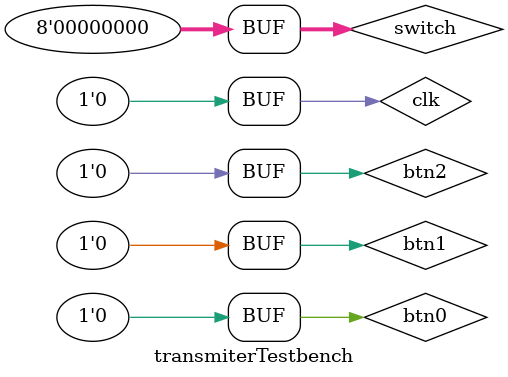
<source format=v>
`timescale 1ns / 1ps

module transmiterTestbench;

	// Inputs
	reg clk;
	reg btn0;
	reg btn1;
	reg btn2;
	reg [7:0] switch;

	// Outputs
	wire onebit_data_out;
	wire parity;

	// Instantiate the Unit Under Test (UUT)
	transmitter uut (
		.clk(clk), 
		.btn0(btn0), 
		.btn1(btn1), 
		.btn2(btn2), 
		.switch(switch), 
		.onebit_data(onebit_data), 
		.parity(parity)
	);

	initial begin
		// Initialize Inputs
		clk = 0;
		btn0 = 0;
		btn1 = 0;
		btn2 = 0;
		switch = 0;

		// Wait 100 ns for global reset to finish
		#100;
        
		// Add stimulus here

	end
      
endmodule


</source>
